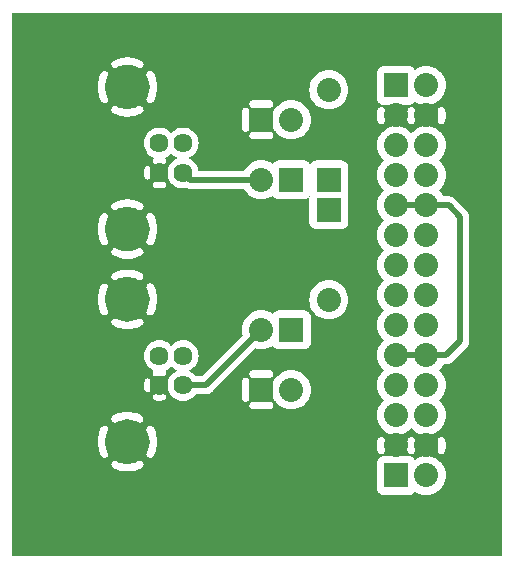
<source format=gbl>
G04 start of page 2 for group 10 layer_idx 1 *
G04 Title: (unknown), bottom_copper *
G04 Creator: pcb-rnd 3.1.0-dev *
G04 CreationDate: 2023-01-29 01:50:48 UTC *
G04 For: tonia *
G04 Format: Gerber/RS-274X *
G04 PCB-Dimensions: 236220 236220 *
G04 PCB-Coordinate-Origin: lower left *
%MOIN*%
%FSLAX25Y25*%
%LNBOTTOM_COPPER_NONE_10*%
%ADD30C,0.0362*%
%ADD29C,0.0394*%
%ADD28C,0.0906*%
%ADD27C,0.1260*%
%ADD26C,0.0637*%
%ADD25C,0.0800*%
%ADD24C,0.1476*%
%ADD23C,0.1890*%
%ADD22C,0.0200*%
%ADD21C,0.0001*%
G54D21*G36*
X165354Y234252D02*Y53150D01*
X145122D01*
Y76146D01*
X145275Y76325D01*
X145809Y77197D01*
X146201Y78143D01*
X146440Y79138D01*
X146500Y80157D01*
X146440Y81177D01*
X146201Y82172D01*
X145809Y83118D01*
X145275Y83990D01*
X145122Y84169D01*
Y87316D01*
X145203Y87322D01*
X145394Y87369D01*
X145576Y87446D01*
X145743Y87549D01*
X145892Y87678D01*
X146019Y87828D01*
X146121Y87996D01*
X146192Y88180D01*
X146348Y88732D01*
X146449Y89298D01*
X146500Y89870D01*
Y90445D01*
X146449Y91017D01*
X146348Y91583D01*
X146198Y92137D01*
X146125Y92321D01*
X146022Y92489D01*
X145895Y92640D01*
X145745Y92769D01*
X145578Y92873D01*
X145396Y92949D01*
X145204Y92996D01*
X145122Y93003D01*
Y96146D01*
X145275Y96325D01*
X145809Y97197D01*
X146201Y98143D01*
X146440Y99138D01*
X146500Y100157D01*
X146440Y101177D01*
X146201Y102172D01*
X145809Y103118D01*
X145275Y103990D01*
X145122Y104169D01*
Y106146D01*
X145275Y106325D01*
X145809Y107197D01*
X146201Y108143D01*
X146440Y109138D01*
X146500Y110157D01*
X146440Y111177D01*
X146201Y112172D01*
X145809Y113118D01*
X145275Y113990D01*
X145122Y114169D01*
Y116146D01*
X145275Y116325D01*
X145785Y117157D01*
X146438D01*
X146555Y117148D01*
X147026Y117185D01*
X147026Y117185D01*
X147485Y117296D01*
X147921Y117476D01*
X148324Y117723D01*
X148683Y118030D01*
X148760Y118119D01*
X153357Y122717D01*
X153447Y122793D01*
X153753Y123152D01*
X153753Y123152D01*
X154000Y123555D01*
X154181Y123991D01*
X154291Y124451D01*
X154328Y124921D01*
X154319Y125039D01*
Y166142D01*
X154328Y166260D01*
X154291Y166730D01*
X154291Y166731D01*
X154181Y167190D01*
X154000Y167626D01*
X153753Y168029D01*
X153447Y168388D01*
X153357Y168464D01*
X149586Y172235D01*
X149510Y172325D01*
X149151Y172631D01*
X148748Y172878D01*
X148312Y173059D01*
X147853Y173169D01*
X147852Y173169D01*
X147382Y173206D01*
X147264Y173197D01*
X145761D01*
X145275Y173990D01*
X145122Y174169D01*
Y176146D01*
X145275Y176325D01*
X145809Y177197D01*
X146201Y178143D01*
X146440Y179138D01*
X146500Y180157D01*
X146440Y181177D01*
X146201Y182172D01*
X145809Y183118D01*
X145275Y183990D01*
X145122Y184169D01*
Y186146D01*
X145275Y186325D01*
X145809Y187197D01*
X146201Y188143D01*
X146440Y189138D01*
X146500Y190157D01*
X146440Y191177D01*
X146201Y192172D01*
X145809Y193118D01*
X145275Y193990D01*
X145122Y194169D01*
Y197316D01*
X145203Y197322D01*
X145394Y197369D01*
X145576Y197446D01*
X145743Y197549D01*
X145892Y197678D01*
X146019Y197828D01*
X146121Y197996D01*
X146192Y198180D01*
X146348Y198732D01*
X146449Y199298D01*
X146500Y199870D01*
Y200445D01*
X146449Y201017D01*
X146348Y201583D01*
X146198Y202137D01*
X146125Y202321D01*
X146022Y202489D01*
X145895Y202640D01*
X145745Y202769D01*
X145578Y202873D01*
X145396Y202949D01*
X145204Y202996D01*
X145122Y203003D01*
Y206146D01*
X145275Y206325D01*
X145809Y207197D01*
X146201Y208143D01*
X146440Y209138D01*
X146500Y210157D01*
X146440Y211177D01*
X146201Y212172D01*
X145809Y213118D01*
X145275Y213990D01*
X145122Y214169D01*
Y234252D01*
X165354D01*
G37*
G36*
X144610Y194768D02*X143832Y195432D01*
X142960Y195967D01*
X142015Y196358D01*
X141020Y196597D01*
X140000Y196678D01*
X138980Y196597D01*
X138904Y196579D01*
Y203736D01*
X138980Y203718D01*
X140000Y203637D01*
X141020Y203718D01*
X142015Y203957D01*
X142960Y204348D01*
X143832Y204883D01*
X144610Y205547D01*
X145122Y206146D01*
Y203003D01*
X145007Y203013D01*
X144810Y202998D01*
X144618Y202953D01*
X144436Y202879D01*
X144267Y202776D01*
X144116Y202649D01*
X143987Y202499D01*
X143883Y202332D01*
X143807Y202150D01*
X143760Y201958D01*
X143743Y201761D01*
X143758Y201564D01*
X143807Y201374D01*
X143903Y201034D01*
X143965Y200686D01*
X143996Y200334D01*
Y199981D01*
X143965Y199629D01*
X143903Y199281D01*
X143810Y198940D01*
X143762Y198750D01*
X143747Y198554D01*
X143764Y198358D01*
X143810Y198167D01*
X143887Y197985D01*
X143990Y197818D01*
X144119Y197669D01*
X144269Y197542D01*
X144437Y197440D01*
X144619Y197366D01*
X144811Y197321D01*
X145007Y197306D01*
X145122Y197316D01*
Y194169D01*
X144610Y194768D01*
G37*
G36*
Y184768D02*X144154Y185157D01*
X144610Y185547D01*
X145122Y186146D01*
Y184169D01*
X144610Y184768D01*
G37*
G36*
Y174768D02*X144154Y175157D01*
X144610Y175547D01*
X145122Y176146D01*
Y174169D01*
X144610Y174768D01*
G37*
G36*
Y114768D02*X144154Y115157D01*
X144610Y115547D01*
X145122Y116146D01*
Y114169D01*
X144610Y114768D01*
G37*
G36*
Y104768D02*X144154Y105157D01*
X144610Y105547D01*
X145122Y106146D01*
Y104169D01*
X144610Y104768D01*
G37*
G36*
Y84768D02*X143832Y85432D01*
X142960Y85967D01*
X142015Y86358D01*
X141020Y86597D01*
X140000Y86678D01*
X138980Y86597D01*
X138904Y86579D01*
Y93736D01*
X138980Y93718D01*
X140000Y93637D01*
X141020Y93718D01*
X142015Y93957D01*
X142960Y94348D01*
X143832Y94883D01*
X144610Y95547D01*
X145122Y96146D01*
Y93003D01*
X145007Y93013D01*
X144810Y92998D01*
X144618Y92953D01*
X144436Y92879D01*
X144267Y92776D01*
X144116Y92649D01*
X143987Y92499D01*
X143883Y92332D01*
X143807Y92150D01*
X143760Y91958D01*
X143743Y91761D01*
X143758Y91564D01*
X143807Y91374D01*
X143903Y91034D01*
X143965Y90686D01*
X143996Y90334D01*
Y89981D01*
X143965Y89629D01*
X143903Y89281D01*
X143810Y88940D01*
X143762Y88750D01*
X143747Y88554D01*
X143764Y88358D01*
X143810Y88167D01*
X143887Y87985D01*
X143990Y87818D01*
X144119Y87669D01*
X144269Y87542D01*
X144437Y87440D01*
X144619Y87366D01*
X144811Y87321D01*
X145007Y87306D01*
X145122Y87316D01*
Y84169D01*
X144610Y84768D01*
G37*
G36*
X138904Y53150D02*Y73736D01*
X138980Y73718D01*
X140000Y73637D01*
X141020Y73718D01*
X142015Y73957D01*
X142960Y74348D01*
X143832Y74883D01*
X144610Y75547D01*
X145122Y76146D01*
Y53150D01*
X138904D01*
G37*
G36*
X145122Y234252D02*Y214169D01*
X144610Y214768D01*
X143832Y215432D01*
X142960Y215967D01*
X142015Y216358D01*
X141020Y216597D01*
X140000Y216678D01*
X138980Y216597D01*
X138904Y216579D01*
Y234252D01*
X145122D01*
G37*
G36*
X125225Y73773D02*X125608Y73681D01*
X126000Y73650D01*
X126098Y73657D01*
X133902D01*
X134000Y73650D01*
X134392Y73681D01*
X134392Y73681D01*
X134775Y73773D01*
X135138Y73923D01*
X135474Y74129D01*
X135773Y74384D01*
X136029Y74683D01*
X136157Y74892D01*
X136168Y74883D01*
X137040Y74348D01*
X137985Y73957D01*
X138904Y73736D01*
Y53150D01*
X124878D01*
Y73916D01*
X125225Y73773D01*
G37*
G36*
X135390Y95547D02*X136168Y94883D01*
X137040Y94348D01*
X137985Y93957D01*
X138904Y93736D01*
Y86579D01*
X137985Y86358D01*
X137040Y85967D01*
X136168Y85432D01*
X136157Y85423D01*
X136029Y85631D01*
X135773Y85931D01*
X135474Y86186D01*
X135138Y86392D01*
X135000Y86449D01*
Y87303D01*
X135190Y87317D01*
X135382Y87362D01*
X135564Y87436D01*
X135733Y87539D01*
X135884Y87666D01*
X136013Y87816D01*
X136117Y87983D01*
X136193Y88165D01*
X136229Y88311D01*
X136348Y88732D01*
X136449Y89298D01*
X136500Y89870D01*
Y90445D01*
X136449Y91017D01*
X136348Y91583D01*
X136198Y92137D01*
X136125Y92321D01*
X136022Y92489D01*
X135895Y92640D01*
X135745Y92769D01*
X135578Y92873D01*
X135396Y92949D01*
X135204Y92996D01*
X135007Y93013D01*
X135000Y93012D01*
Y96003D01*
X135390Y95547D01*
G37*
G36*
X125390D02*X126168Y94883D01*
X127040Y94348D01*
X127985Y93957D01*
X128980Y93718D01*
X130000Y93637D01*
X131020Y93718D01*
X132015Y93957D01*
X132960Y94348D01*
X133832Y94883D01*
X134610Y95547D01*
X135000Y96003D01*
Y93012D01*
X134810Y92998D01*
X134618Y92953D01*
X134436Y92879D01*
X134267Y92776D01*
X134116Y92649D01*
X133987Y92499D01*
X133883Y92332D01*
X133807Y92150D01*
X133771Y92004D01*
X133652Y91583D01*
X133551Y91017D01*
X133500Y90445D01*
Y89870D01*
X133551Y89298D01*
X133652Y88732D01*
X133802Y88178D01*
X133875Y87994D01*
X133978Y87826D01*
X134105Y87675D01*
X134255Y87546D01*
X134422Y87442D01*
X134604Y87366D01*
X134796Y87319D01*
X134993Y87302D01*
X135000Y87303D01*
Y86449D01*
X134775Y86542D01*
X134392Y86634D01*
X134000Y86665D01*
X133902Y86657D01*
X126098D01*
X126000Y86665D01*
X125608Y86634D01*
X125608Y86634D01*
X125225Y86542D01*
X124878Y86399D01*
Y87312D01*
X124993Y87302D01*
X125190Y87317D01*
X125382Y87362D01*
X125564Y87436D01*
X125733Y87539D01*
X125884Y87666D01*
X126013Y87816D01*
X126117Y87983D01*
X126193Y88165D01*
X126240Y88357D01*
X126257Y88554D01*
X126242Y88750D01*
X126193Y88941D01*
X126097Y89281D01*
X126035Y89629D01*
X126004Y89981D01*
Y90334D01*
X126035Y90686D01*
X126097Y91034D01*
X126190Y91375D01*
X126238Y91565D01*
X126253Y91761D01*
X126236Y91957D01*
X126190Y92148D01*
X126113Y92330D01*
X126010Y92497D01*
X125881Y92646D01*
X125731Y92773D01*
X125563Y92875D01*
X125381Y92949D01*
X125189Y92994D01*
X124993Y93009D01*
X124878Y92999D01*
Y96146D01*
X125390Y95547D01*
G37*
G36*
Y105547D02*X125846Y105157D01*
X125390Y104768D01*
X124878Y104169D01*
Y106146D01*
X125390Y105547D01*
G37*
G36*
Y115547D02*X125846Y115157D01*
X125390Y114768D01*
X124878Y114169D01*
Y116146D01*
X125390Y115547D01*
G37*
G36*
Y125547D02*X125846Y125157D01*
X125390Y124768D01*
X124878Y124169D01*
Y126146D01*
X125390Y125547D01*
G37*
G36*
Y135547D02*X125846Y135157D01*
X125390Y134768D01*
X124878Y134169D01*
Y136146D01*
X125390Y135547D01*
G37*
G36*
Y145547D02*X125846Y145157D01*
X125390Y144768D01*
X124878Y144169D01*
Y146146D01*
X125390Y145547D01*
G37*
G36*
Y155547D02*X125846Y155157D01*
X125390Y154768D01*
X124878Y154169D01*
Y156146D01*
X125390Y155547D01*
G37*
G36*
Y165547D02*X125846Y165157D01*
X125390Y164768D01*
X124878Y164169D01*
Y166146D01*
X125390Y165547D01*
G37*
G36*
Y175547D02*X125846Y175157D01*
X125390Y174768D01*
X124878Y174169D01*
Y176146D01*
X125390Y175547D01*
G37*
G36*
Y185547D02*X125846Y185157D01*
X125390Y184768D01*
X124878Y184169D01*
Y186146D01*
X125390Y185547D01*
G37*
G36*
X135138Y203923D02*X135474Y204129D01*
X135773Y204384D01*
X136029Y204683D01*
X136157Y204892D01*
X136168Y204883D01*
X137040Y204348D01*
X137985Y203957D01*
X138904Y203736D01*
Y196579D01*
X137985Y196358D01*
X137040Y195967D01*
X136168Y195432D01*
X135390Y194768D01*
X135000Y194312D01*
Y197303D01*
X135190Y197317D01*
X135382Y197362D01*
X135564Y197436D01*
X135733Y197539D01*
X135884Y197666D01*
X136013Y197816D01*
X136117Y197983D01*
X136193Y198165D01*
X136229Y198311D01*
X136348Y198732D01*
X136449Y199298D01*
X136500Y199870D01*
Y200445D01*
X136449Y201017D01*
X136348Y201583D01*
X136198Y202137D01*
X136125Y202321D01*
X136022Y202489D01*
X135895Y202640D01*
X135745Y202769D01*
X135578Y202873D01*
X135396Y202949D01*
X135204Y202996D01*
X135007Y203013D01*
X135000Y203012D01*
Y203866D01*
X135138Y203923D01*
G37*
G36*
X125225Y203773D02*X125608Y203681D01*
X126000Y203650D01*
X126098Y203657D01*
X133902D01*
X134000Y203650D01*
X134392Y203681D01*
X134392Y203681D01*
X134775Y203773D01*
X135000Y203866D01*
Y203012D01*
X134810Y202998D01*
X134618Y202953D01*
X134436Y202879D01*
X134267Y202776D01*
X134116Y202649D01*
X133987Y202499D01*
X133883Y202332D01*
X133807Y202150D01*
X133771Y202004D01*
X133652Y201583D01*
X133551Y201017D01*
X133500Y200445D01*
Y199870D01*
X133551Y199298D01*
X133652Y198732D01*
X133802Y198178D01*
X133875Y197994D01*
X133978Y197826D01*
X134105Y197675D01*
X134255Y197546D01*
X134422Y197442D01*
X134604Y197366D01*
X134796Y197319D01*
X134993Y197302D01*
X135000Y197303D01*
Y194312D01*
X134610Y194768D01*
X133832Y195432D01*
X132960Y195967D01*
X132015Y196358D01*
X131020Y196597D01*
X130000Y196678D01*
X128980Y196597D01*
X127985Y196358D01*
X127040Y195967D01*
X126168Y195432D01*
X125390Y194768D01*
X124878Y194169D01*
Y197312D01*
X124993Y197302D01*
X125190Y197317D01*
X125382Y197362D01*
X125564Y197436D01*
X125733Y197539D01*
X125884Y197666D01*
X126013Y197816D01*
X126117Y197983D01*
X126193Y198165D01*
X126240Y198357D01*
X126257Y198554D01*
X126242Y198750D01*
X126193Y198941D01*
X126097Y199281D01*
X126035Y199629D01*
X126004Y199981D01*
Y200334D01*
X126035Y200686D01*
X126097Y201034D01*
X126190Y201375D01*
X126238Y201565D01*
X126253Y201761D01*
X126236Y201957D01*
X126190Y202148D01*
X126113Y202330D01*
X126010Y202497D01*
X125881Y202646D01*
X125731Y202773D01*
X125563Y202875D01*
X125381Y202949D01*
X125189Y202994D01*
X124993Y203009D01*
X124878Y202999D01*
Y203916D01*
X125225Y203773D01*
G37*
G36*
X138904Y234252D02*Y216579D01*
X137985Y216358D01*
X137040Y215967D01*
X136168Y215432D01*
X136157Y215423D01*
X136029Y215631D01*
X135773Y215931D01*
X135474Y216186D01*
X135138Y216392D01*
X134775Y216542D01*
X134392Y216634D01*
X134000Y216665D01*
X133902Y216657D01*
X126098D01*
X126000Y216665D01*
X125608Y216634D01*
X125608Y216634D01*
X125225Y216542D01*
X124878Y216399D01*
Y234252D01*
X138904D01*
G37*
G36*
X124878D02*Y216399D01*
X124862Y216392D01*
X124526Y216186D01*
X124227Y215931D01*
X123971Y215631D01*
X123766Y215296D01*
X123615Y214932D01*
X123523Y214550D01*
X123492Y214157D01*
X123500Y214059D01*
Y206255D01*
X123492Y206157D01*
X123523Y205765D01*
X123523Y205765D01*
X123615Y205383D01*
X123766Y205019D01*
X123971Y204683D01*
X124227Y204384D01*
X124526Y204129D01*
X124862Y203923D01*
X124878Y203916D01*
Y202999D01*
X124797Y202993D01*
X124606Y202946D01*
X124424Y202869D01*
X124257Y202766D01*
X124108Y202637D01*
X123981Y202487D01*
X123879Y202319D01*
X123808Y202135D01*
X123652Y201583D01*
X123551Y201017D01*
X123500Y200445D01*
Y199870D01*
X123551Y199298D01*
X123652Y198732D01*
X123802Y198178D01*
X123875Y197994D01*
X123978Y197826D01*
X124105Y197675D01*
X124255Y197546D01*
X124422Y197442D01*
X124604Y197366D01*
X124796Y197319D01*
X124878Y197312D01*
Y194169D01*
X124725Y193990D01*
X124191Y193118D01*
X123799Y192172D01*
X123560Y191177D01*
X123480Y190157D01*
X123560Y189138D01*
X123799Y188143D01*
X124191Y187197D01*
X124725Y186325D01*
X124878Y186146D01*
Y184169D01*
X124725Y183990D01*
X124191Y183118D01*
X123799Y182172D01*
X123560Y181177D01*
X123480Y180157D01*
X123560Y179138D01*
X123799Y178143D01*
X124191Y177197D01*
X124725Y176325D01*
X124878Y176146D01*
Y174169D01*
X124725Y173990D01*
X124191Y173118D01*
X123799Y172172D01*
X123560Y171177D01*
X123480Y170157D01*
X123560Y169138D01*
X123799Y168143D01*
X124191Y167197D01*
X124725Y166325D01*
X124878Y166146D01*
Y164169D01*
X124725Y163990D01*
X124191Y163118D01*
X123799Y162172D01*
X123560Y161177D01*
X123480Y160157D01*
X123560Y159138D01*
X123799Y158143D01*
X124191Y157197D01*
X124725Y156325D01*
X124878Y156146D01*
Y154169D01*
X124725Y153990D01*
X124191Y153118D01*
X123799Y152172D01*
X123560Y151177D01*
X123480Y150157D01*
X123560Y149138D01*
X123799Y148143D01*
X124191Y147197D01*
X124725Y146325D01*
X124878Y146146D01*
Y144169D01*
X124725Y143990D01*
X124191Y143118D01*
X123799Y142172D01*
X123560Y141177D01*
X123480Y140157D01*
X123560Y139138D01*
X123799Y138143D01*
X124191Y137197D01*
X124725Y136325D01*
X124878Y136146D01*
Y134169D01*
X124725Y133990D01*
X124191Y133118D01*
X123799Y132172D01*
X123560Y131177D01*
X123480Y130157D01*
X123560Y129138D01*
X123799Y128143D01*
X124191Y127197D01*
X124725Y126325D01*
X124878Y126146D01*
Y124169D01*
X124725Y123990D01*
X124191Y123118D01*
X123799Y122172D01*
X123560Y121177D01*
X123480Y120157D01*
X123560Y119138D01*
X123799Y118143D01*
X124191Y117197D01*
X124725Y116325D01*
X124878Y116146D01*
Y114169D01*
X124725Y113990D01*
X124191Y113118D01*
X123799Y112172D01*
X123560Y111177D01*
X123480Y110157D01*
X123560Y109138D01*
X123799Y108143D01*
X124191Y107197D01*
X124725Y106325D01*
X124878Y106146D01*
Y104169D01*
X124725Y103990D01*
X124191Y103118D01*
X123799Y102172D01*
X123560Y101177D01*
X123480Y100157D01*
X123560Y99138D01*
X123799Y98143D01*
X124191Y97197D01*
X124725Y96325D01*
X124878Y96146D01*
Y92999D01*
X124797Y92993D01*
X124606Y92946D01*
X124424Y92869D01*
X124257Y92766D01*
X124108Y92637D01*
X123981Y92487D01*
X123879Y92319D01*
X123808Y92135D01*
X123652Y91583D01*
X123551Y91017D01*
X123500Y90445D01*
Y89870D01*
X123551Y89298D01*
X123652Y88732D01*
X123802Y88178D01*
X123875Y87994D01*
X123978Y87826D01*
X124105Y87675D01*
X124255Y87546D01*
X124422Y87442D01*
X124604Y87366D01*
X124796Y87319D01*
X124878Y87312D01*
Y86399D01*
X124862Y86392D01*
X124526Y86186D01*
X124227Y85931D01*
X123971Y85631D01*
X123766Y85296D01*
X123615Y84932D01*
X123523Y84550D01*
X123492Y84157D01*
X123500Y84059D01*
Y76255D01*
X123492Y76157D01*
X123523Y75765D01*
X123523Y75765D01*
X123615Y75383D01*
X123766Y75019D01*
X123971Y74683D01*
X124227Y74384D01*
X124526Y74129D01*
X124862Y73923D01*
X124878Y73916D01*
Y53150D01*
X107490D01*
Y132201D01*
X107500Y132200D01*
X108520Y132281D01*
X109515Y132520D01*
X110460Y132911D01*
X111332Y133446D01*
X112110Y134110D01*
X112775Y134888D01*
X113309Y135760D01*
X113701Y136706D01*
X113940Y137701D01*
X114000Y138720D01*
X113940Y139740D01*
X113701Y140735D01*
X113309Y141681D01*
X112775Y142553D01*
X112110Y143331D01*
X111332Y143995D01*
X110460Y144530D01*
X109515Y144921D01*
X108520Y145160D01*
X107500Y145241D01*
X107490Y145240D01*
Y162220D01*
X111402D01*
X111500Y162213D01*
X111892Y162244D01*
X111892Y162244D01*
X112275Y162335D01*
X112638Y162486D01*
X112974Y162692D01*
X113273Y162947D01*
X113529Y163246D01*
X113734Y163582D01*
X113885Y163946D01*
X113977Y164328D01*
X114008Y164720D01*
X114000Y164818D01*
Y172623D01*
X114008Y172720D01*
X113977Y173113D01*
X113977Y173113D01*
X113885Y173495D01*
X113792Y173720D01*
X113885Y173946D01*
X113977Y174328D01*
X114008Y174720D01*
X114000Y174818D01*
Y182623D01*
X114008Y182720D01*
X113977Y183113D01*
X113977Y183113D01*
X113885Y183495D01*
X113734Y183859D01*
X113529Y184194D01*
X113273Y184494D01*
X112974Y184749D01*
X112638Y184955D01*
X112275Y185105D01*
X111892Y185197D01*
X111500Y185228D01*
X111402Y185220D01*
X107490D01*
Y202201D01*
X107500Y202200D01*
X108520Y202281D01*
X109515Y202520D01*
X110460Y202911D01*
X111332Y203446D01*
X112110Y204110D01*
X112775Y204888D01*
X113309Y205760D01*
X113701Y206706D01*
X113940Y207701D01*
X114000Y208720D01*
X113940Y209740D01*
X113701Y210735D01*
X113309Y211681D01*
X112775Y212553D01*
X112110Y213331D01*
X111332Y213995D01*
X110460Y214530D01*
X109515Y214921D01*
X108520Y215160D01*
X107500Y215241D01*
X107490Y215240D01*
Y234252D01*
X124878D01*
G37*
G36*
X90000Y53150D02*Y104566D01*
X90390Y104110D01*
X91168Y103446D01*
X92040Y102911D01*
X92985Y102520D01*
X93980Y102281D01*
X95000Y102200D01*
X96020Y102281D01*
X97015Y102520D01*
X97960Y102911D01*
X98832Y103446D01*
X99610Y104110D01*
X100275Y104888D01*
X100809Y105760D01*
X101201Y106706D01*
X101440Y107701D01*
X101500Y108720D01*
X101440Y109740D01*
X101201Y110735D01*
X100809Y111681D01*
X100275Y112553D01*
X99610Y113331D01*
X98832Y113995D01*
X97960Y114530D01*
X97015Y114921D01*
X96020Y115160D01*
X95000Y115241D01*
X93980Y115160D01*
X92985Y114921D01*
X92040Y114530D01*
X91168Y113995D01*
X90390Y113331D01*
X90000Y112875D01*
Y122429D01*
X90225Y122335D01*
X90608Y122244D01*
X91000Y122213D01*
X91098Y122220D01*
X98902D01*
X99000Y122213D01*
X99392Y122244D01*
X99392Y122244D01*
X99775Y122335D01*
X100138Y122486D01*
X100474Y122692D01*
X100773Y122947D01*
X101029Y123246D01*
X101234Y123582D01*
X101385Y123946D01*
X101477Y124328D01*
X101508Y124720D01*
X101500Y124818D01*
Y132623D01*
X101508Y132720D01*
X101477Y133113D01*
X101477Y133113D01*
X101385Y133495D01*
X101234Y133859D01*
X101029Y134194D01*
X100773Y134494D01*
X100474Y134749D01*
X100138Y134955D01*
X99775Y135105D01*
X99392Y135197D01*
X99000Y135228D01*
X98902Y135220D01*
X91098D01*
X91000Y135228D01*
X90608Y135197D01*
X90608Y135197D01*
X90225Y135105D01*
X90000Y135012D01*
Y172429D01*
X90225Y172335D01*
X90608Y172244D01*
X91000Y172213D01*
X91098Y172220D01*
X98902D01*
X99000Y172213D01*
X99392Y172244D01*
X99392Y172244D01*
X99775Y172335D01*
X100138Y172486D01*
X100474Y172692D01*
X100773Y172947D01*
X101029Y173246D01*
X101072Y173318D01*
X101023Y173113D01*
X100992Y172720D01*
X101000Y172622D01*
Y164818D01*
X100992Y164720D01*
X101023Y164328D01*
X101023Y164328D01*
X101115Y163946D01*
X101266Y163582D01*
X101471Y163246D01*
X101727Y162947D01*
X102026Y162692D01*
X102362Y162486D01*
X102725Y162335D01*
X103108Y162244D01*
X103500Y162213D01*
X103598Y162220D01*
X107490D01*
Y145240D01*
X106480Y145160D01*
X105485Y144921D01*
X104540Y144530D01*
X103668Y143995D01*
X102890Y143331D01*
X102225Y142553D01*
X101691Y141681D01*
X101299Y140735D01*
X101060Y139740D01*
X100980Y138720D01*
X101060Y137701D01*
X101299Y136706D01*
X101691Y135760D01*
X102225Y134888D01*
X102890Y134110D01*
X103668Y133446D01*
X104540Y132911D01*
X105485Y132520D01*
X106480Y132281D01*
X107490Y132201D01*
Y53150D01*
X90000D01*
G37*
G36*
X89862Y134955D02*X89526Y134749D01*
X89227Y134494D01*
X88971Y134194D01*
X88843Y133986D01*
X88832Y133995D01*
X87960Y134530D01*
X87015Y134921D01*
X86020Y135160D01*
X85000Y135241D01*
X83980Y135160D01*
X82985Y134921D01*
X82040Y134530D01*
X81168Y133995D01*
X80390Y133331D01*
X79725Y132553D01*
X79191Y131681D01*
X78799Y130735D01*
X78560Y129740D01*
X78480Y128720D01*
X78560Y127701D01*
X78788Y126751D01*
X73664Y121627D01*
Y175720D01*
X79215D01*
X79725Y174888D01*
X80390Y174110D01*
X81168Y173446D01*
X82040Y172911D01*
X82985Y172520D01*
X83980Y172281D01*
X85000Y172200D01*
X86020Y172281D01*
X87015Y172520D01*
X87960Y172911D01*
X88832Y173446D01*
X88843Y173455D01*
X88971Y173246D01*
X89227Y172947D01*
X89526Y172692D01*
X89862Y172486D01*
X90000Y172429D01*
Y135012D01*
X89862Y134955D01*
G37*
G36*
X73664Y53150D02*Y113142D01*
X83031Y122509D01*
X83980Y122281D01*
X85000Y122200D01*
X86020Y122281D01*
X87015Y122520D01*
X87960Y122911D01*
X88832Y123446D01*
X88843Y123455D01*
X88971Y123246D01*
X89227Y122947D01*
X89526Y122692D01*
X89862Y122486D01*
X90000Y122429D01*
Y112875D01*
X89795Y112635D01*
X89681Y112588D01*
X89513Y112485D01*
X89363Y112357D01*
X89236Y112207D01*
X89133Y112040D01*
X89058Y111858D01*
X89012Y111667D01*
X89000Y111471D01*
Y112720D01*
X87750D01*
X87946Y112732D01*
X88137Y112778D01*
X88319Y112853D01*
X88487Y112956D01*
X88637Y113084D01*
X88764Y113233D01*
X88867Y113401D01*
X88942Y113583D01*
X88988Y113774D01*
X89004Y113970D01*
X88988Y114167D01*
X88942Y114358D01*
X88867Y114540D01*
X88764Y114707D01*
X88637Y114857D01*
X88487Y114985D01*
X88319Y115088D01*
X88137Y115163D01*
X87946Y115209D01*
X87750Y115220D01*
X82250D01*
X82054Y115209D01*
X81863Y115163D01*
X81681Y115088D01*
X81513Y114985D01*
X81363Y114857D01*
X81236Y114707D01*
X81133Y114540D01*
X81058Y114358D01*
X81012Y114167D01*
X80996Y113970D01*
X81012Y113774D01*
X81058Y113583D01*
X81133Y113401D01*
X81236Y113233D01*
X81363Y113084D01*
X81513Y112956D01*
X81681Y112853D01*
X81863Y112778D01*
X82054Y112732D01*
X82250Y112720D01*
X81000D01*
Y111471D01*
X80988Y111667D01*
X80942Y111858D01*
X80867Y112040D01*
X80764Y112207D01*
X80637Y112357D01*
X80487Y112485D01*
X80319Y112588D01*
X80137Y112663D01*
X79946Y112709D01*
X79750Y112724D01*
X79554Y112709D01*
X79363Y112663D01*
X79181Y112588D01*
X79013Y112485D01*
X78863Y112357D01*
X78736Y112207D01*
X78633Y112040D01*
X78558Y111858D01*
X78512Y111667D01*
X78500Y111470D01*
Y105970D01*
X78512Y105774D01*
X78558Y105583D01*
X78633Y105401D01*
X78736Y105233D01*
X78863Y105084D01*
X79013Y104956D01*
X79181Y104853D01*
X79363Y104778D01*
X79554Y104732D01*
X79750Y104717D01*
X79946Y104732D01*
X80137Y104778D01*
X80319Y104853D01*
X80487Y104956D01*
X80637Y105084D01*
X80764Y105233D01*
X80867Y105401D01*
X80942Y105583D01*
X80988Y105774D01*
X81000Y105970D01*
Y104720D01*
X82250D01*
X82054Y104709D01*
X81863Y104663D01*
X81681Y104588D01*
X81513Y104485D01*
X81363Y104357D01*
X81236Y104207D01*
X81133Y104040D01*
X81058Y103858D01*
X81012Y103667D01*
X80996Y103470D01*
X81012Y103274D01*
X81058Y103083D01*
X81133Y102901D01*
X81236Y102733D01*
X81363Y102584D01*
X81513Y102456D01*
X81681Y102353D01*
X81863Y102278D01*
X82054Y102232D01*
X82250Y102220D01*
X87750D01*
X87946Y102232D01*
X88137Y102278D01*
X88319Y102353D01*
X88487Y102456D01*
X88637Y102584D01*
X88764Y102733D01*
X88867Y102901D01*
X88942Y103083D01*
X88988Y103274D01*
X89004Y103470D01*
X88988Y103667D01*
X88942Y103858D01*
X88867Y104040D01*
X88764Y104207D01*
X88637Y104357D01*
X88487Y104485D01*
X88319Y104588D01*
X88137Y104663D01*
X87946Y104709D01*
X87750Y104720D01*
X89000D01*
Y105970D01*
X89012Y105774D01*
X89058Y105583D01*
X89133Y105401D01*
X89236Y105233D01*
X89363Y105084D01*
X89513Y104956D01*
X89681Y104853D01*
X89795Y104806D01*
X90000Y104566D01*
Y53150D01*
X73664D01*
G37*
G36*
X107490Y234252D02*Y215240D01*
X106480Y215160D01*
X105485Y214921D01*
X104540Y214530D01*
X103668Y213995D01*
X102890Y213331D01*
X102225Y212553D01*
X101691Y211681D01*
X101299Y210735D01*
X101060Y209740D01*
X100980Y208720D01*
X101060Y207701D01*
X101299Y206706D01*
X101691Y205760D01*
X102225Y204888D01*
X102890Y204110D01*
X103668Y203446D01*
X104540Y202911D01*
X105485Y202520D01*
X106480Y202281D01*
X107490Y202201D01*
Y185220D01*
X103598D01*
X103500Y185228D01*
X103108Y185197D01*
X103108Y185197D01*
X102725Y185105D01*
X102362Y184955D01*
X102026Y184749D01*
X101727Y184494D01*
X101471Y184194D01*
X101266Y183859D01*
X101250Y183821D01*
X101234Y183859D01*
X101029Y184194D01*
X100773Y184494D01*
X100474Y184749D01*
X100138Y184955D01*
X99775Y185105D01*
X99392Y185197D01*
X99000Y185228D01*
X98902Y185220D01*
X91098D01*
X91000Y185228D01*
X90608Y185197D01*
X90608Y185197D01*
X90225Y185105D01*
X90000Y185012D01*
Y194566D01*
X90390Y194110D01*
X91168Y193446D01*
X92040Y192911D01*
X92985Y192520D01*
X93980Y192281D01*
X95000Y192200D01*
X96020Y192281D01*
X97015Y192520D01*
X97960Y192911D01*
X98832Y193446D01*
X99610Y194110D01*
X100275Y194888D01*
X100809Y195760D01*
X101201Y196706D01*
X101440Y197701D01*
X101500Y198720D01*
X101440Y199740D01*
X101201Y200735D01*
X100809Y201681D01*
X100275Y202553D01*
X99610Y203331D01*
X98832Y203995D01*
X97960Y204530D01*
X97015Y204921D01*
X96020Y205160D01*
X95000Y205241D01*
X93980Y205160D01*
X92985Y204921D01*
X92040Y204530D01*
X91168Y203995D01*
X90390Y203331D01*
X90000Y202875D01*
Y234252D01*
X107490D01*
G37*
G36*
X90000D02*Y202875D01*
X89795Y202635D01*
X89681Y202588D01*
X89513Y202485D01*
X89363Y202357D01*
X89236Y202207D01*
X89133Y202040D01*
X89058Y201858D01*
X89012Y201667D01*
X89000Y201471D01*
Y202720D01*
X87750D01*
X87946Y202732D01*
X88137Y202778D01*
X88319Y202853D01*
X88487Y202956D01*
X88637Y203084D01*
X88764Y203233D01*
X88867Y203401D01*
X88942Y203583D01*
X88988Y203774D01*
X89004Y203970D01*
X88988Y204167D01*
X88942Y204358D01*
X88867Y204540D01*
X88764Y204707D01*
X88637Y204857D01*
X88487Y204985D01*
X88319Y205088D01*
X88137Y205163D01*
X87946Y205209D01*
X87750Y205220D01*
X82250D01*
X82054Y205209D01*
X81863Y205163D01*
X81681Y205088D01*
X81513Y204985D01*
X81363Y204857D01*
X81236Y204707D01*
X81133Y204540D01*
X81058Y204358D01*
X81012Y204167D01*
X80996Y203970D01*
X81012Y203774D01*
X81058Y203583D01*
X81133Y203401D01*
X81236Y203233D01*
X81363Y203084D01*
X81513Y202956D01*
X81681Y202853D01*
X81863Y202778D01*
X82054Y202732D01*
X82250Y202720D01*
X81000D01*
Y201471D01*
X80988Y201667D01*
X80942Y201858D01*
X80867Y202040D01*
X80764Y202207D01*
X80637Y202357D01*
X80487Y202485D01*
X80319Y202588D01*
X80137Y202663D01*
X79946Y202709D01*
X79750Y202724D01*
X79554Y202709D01*
X79363Y202663D01*
X79181Y202588D01*
X79013Y202485D01*
X78863Y202357D01*
X78736Y202207D01*
X78633Y202040D01*
X78558Y201858D01*
X78512Y201667D01*
X78500Y201470D01*
Y195970D01*
X78512Y195774D01*
X78558Y195583D01*
X78633Y195401D01*
X78736Y195233D01*
X78863Y195084D01*
X79013Y194956D01*
X79181Y194853D01*
X79363Y194778D01*
X79554Y194732D01*
X79750Y194717D01*
X79946Y194732D01*
X80137Y194778D01*
X80319Y194853D01*
X80487Y194956D01*
X80637Y195084D01*
X80764Y195233D01*
X80867Y195401D01*
X80942Y195583D01*
X80988Y195774D01*
X81000Y195970D01*
Y194720D01*
X82250D01*
X82054Y194709D01*
X81863Y194663D01*
X81681Y194588D01*
X81513Y194485D01*
X81363Y194357D01*
X81236Y194207D01*
X81133Y194040D01*
X81058Y193858D01*
X81012Y193667D01*
X80996Y193470D01*
X81012Y193274D01*
X81058Y193083D01*
X81133Y192901D01*
X81236Y192733D01*
X81363Y192584D01*
X81513Y192456D01*
X81681Y192353D01*
X81863Y192278D01*
X82054Y192232D01*
X82250Y192220D01*
X87750D01*
X87946Y192232D01*
X88137Y192278D01*
X88319Y192353D01*
X88487Y192456D01*
X88637Y192584D01*
X88764Y192733D01*
X88867Y192901D01*
X88942Y193083D01*
X88988Y193274D01*
X89004Y193470D01*
X88988Y193667D01*
X88942Y193858D01*
X88867Y194040D01*
X88764Y194207D01*
X88637Y194357D01*
X88487Y194485D01*
X88319Y194588D01*
X88137Y194663D01*
X87946Y194709D01*
X87750Y194720D01*
X89000D01*
Y195970D01*
X89012Y195774D01*
X89058Y195583D01*
X89133Y195401D01*
X89236Y195233D01*
X89363Y195084D01*
X89513Y194956D01*
X89681Y194853D01*
X89795Y194806D01*
X90000Y194566D01*
Y185012D01*
X89862Y184955D01*
X89526Y184749D01*
X89227Y184494D01*
X88971Y184194D01*
X88843Y183986D01*
X88832Y183995D01*
X87960Y184530D01*
X87015Y184921D01*
X86020Y185160D01*
X85000Y185241D01*
X83980Y185160D01*
X82985Y184921D01*
X82040Y184530D01*
X81168Y183995D01*
X80390Y183331D01*
X79725Y182553D01*
X79215Y181720D01*
X73664D01*
Y234252D01*
X90000D01*
G37*
G36*
X51164Y113381D02*X51443Y113356D01*
X51719Y113307D01*
X51989Y113234D01*
X52141Y113195D01*
X52298Y113184D01*
X52455Y113197D01*
X52608Y113235D01*
X52753Y113296D01*
X52887Y113379D01*
X53006Y113482D01*
X53107Y113603D01*
X53189Y113738D01*
X53248Y113883D01*
X53284Y114037D01*
X53295Y114194D01*
X53282Y114350D01*
X53244Y114503D01*
X53183Y114648D01*
X53100Y114782D01*
X52997Y114901D01*
X52876Y115002D01*
X52741Y115084D01*
X52675Y115109D01*
X53386Y115403D01*
X54082Y115830D01*
X54703Y116360D01*
X54961Y116662D01*
X55219Y116360D01*
X55839Y115830D01*
X56536Y115403D01*
X57224Y115118D01*
X56536Y114833D01*
X55839Y114406D01*
X55219Y113876D01*
X54688Y113255D01*
X54262Y112559D01*
X53949Y111805D01*
X53759Y111011D01*
X53695Y110197D01*
X53759Y109383D01*
X53949Y108589D01*
X54262Y107835D01*
X54688Y107139D01*
X55219Y106518D01*
X55839Y105988D01*
X56536Y105561D01*
X57290Y105248D01*
X58084Y105058D01*
X58898Y104994D01*
X59712Y105058D01*
X60505Y105248D01*
X61260Y105561D01*
X61956Y105988D01*
X62577Y106518D01*
X63107Y107139D01*
X63167Y107236D01*
X66398D01*
X66516Y107227D01*
X66986Y107264D01*
X66986Y107264D01*
X67446Y107374D01*
X67882Y107555D01*
X68285Y107802D01*
X68644Y108108D01*
X68720Y108198D01*
X73664Y113142D01*
Y53150D01*
X51025D01*
Y105010D01*
X51252D01*
X51706Y105050D01*
X52156Y105130D01*
X52596Y105249D01*
X52743Y105307D01*
X52878Y105389D01*
X52999Y105490D01*
X53102Y105610D01*
X53185Y105744D01*
X53247Y105889D01*
X53285Y106043D01*
X53298Y106200D01*
X53287Y106358D01*
X53251Y106511D01*
X53191Y106658D01*
X53110Y106793D01*
X53008Y106913D01*
X52888Y107017D01*
X52754Y107100D01*
X52609Y107161D01*
X52456Y107199D01*
X52298Y107213D01*
X52141Y107201D01*
X51988Y107162D01*
X51719Y107087D01*
X51443Y107038D01*
X51164Y107013D01*
X51025D01*
Y113381D01*
X51164D01*
G37*
G36*
X48662Y115403D02*X49367Y115111D01*
X49304Y115087D01*
X49169Y115005D01*
X49049Y114903D01*
X48945Y114784D01*
X48862Y114650D01*
X48800Y114504D01*
X48763Y114351D01*
X48749Y114194D01*
X48761Y114036D01*
X48796Y113882D01*
X48856Y113736D01*
X48938Y113601D01*
X49039Y113480D01*
X49159Y113377D01*
X49293Y113294D01*
X49438Y113232D01*
X49592Y113194D01*
X49749Y113181D01*
X49906Y113192D01*
X50059Y113231D01*
X50329Y113307D01*
X50605Y113356D01*
X50884Y113381D01*
X51025D01*
Y107013D01*
X50884D01*
X50605Y107038D01*
X50329Y107087D01*
X50058Y107160D01*
X49906Y107198D01*
X49749Y107210D01*
X49592Y107196D01*
X49439Y107159D01*
X49294Y107097D01*
X49161Y107014D01*
X49042Y106911D01*
X48940Y106791D01*
X48859Y106656D01*
X48799Y106510D01*
X48764Y106357D01*
X48752Y106200D01*
X48766Y106043D01*
X48803Y105890D01*
X48865Y105745D01*
X48948Y105612D01*
X49051Y105493D01*
X49171Y105391D01*
X49306Y105310D01*
X49452Y105254D01*
X49892Y105130D01*
X50341Y105050D01*
X50795Y105010D01*
X51025D01*
Y53150D01*
X48461D01*
Y86170D01*
X48489Y86180D01*
X48659Y86279D01*
X48812Y86403D01*
X48943Y86549D01*
X49046Y86716D01*
X49444Y87514D01*
X49758Y88348D01*
X49996Y89207D01*
X50156Y90084D01*
X50236Y90972D01*
Y91863D01*
X50156Y92751D01*
X49996Y93628D01*
X49758Y94487D01*
X49444Y95321D01*
X49055Y96123D01*
X48949Y96290D01*
X48817Y96437D01*
X48663Y96562D01*
X48492Y96661D01*
X48461Y96673D01*
Y115526D01*
X48662Y115403D01*
G37*
G36*
X51164Y184208D02*X51443Y184183D01*
X51719Y184134D01*
X51989Y184061D01*
X52141Y184022D01*
X52298Y184011D01*
X52455Y184024D01*
X52608Y184062D01*
X52753Y184123D01*
X52887Y184206D01*
X53006Y184309D01*
X53107Y184430D01*
X53189Y184564D01*
X53248Y184710D01*
X53284Y184863D01*
X53295Y185020D01*
X53282Y185177D01*
X53244Y185330D01*
X53183Y185475D01*
X53100Y185609D01*
X52997Y185728D01*
X52876Y185829D01*
X52741Y185911D01*
X52675Y185936D01*
X53386Y186230D01*
X54082Y186657D01*
X54703Y187187D01*
X54961Y187489D01*
X55219Y187187D01*
X55839Y186657D01*
X56536Y186230D01*
X57224Y185945D01*
X56536Y185660D01*
X55839Y185233D01*
X55219Y184703D01*
X54688Y184082D01*
X54262Y183386D01*
X53949Y182631D01*
X53759Y181838D01*
X53695Y181024D01*
X53759Y180210D01*
X53949Y179416D01*
X54262Y178662D01*
X54688Y177965D01*
X55219Y177345D01*
X55839Y176814D01*
X56536Y176388D01*
X57290Y176075D01*
X58084Y175885D01*
X58898Y175821D01*
X59712Y175885D01*
X60125Y175984D01*
X60428Y175858D01*
X60888Y175748D01*
X61358Y175711D01*
X61476Y175720D01*
X73664D01*
Y121627D01*
X65273Y113236D01*
X63119D01*
X63107Y113255D01*
X62577Y113876D01*
X61956Y114406D01*
X61260Y114833D01*
X60571Y115118D01*
X61260Y115403D01*
X61956Y115830D01*
X62577Y116360D01*
X63107Y116981D01*
X63534Y117677D01*
X63846Y118432D01*
X64037Y119225D01*
X64085Y120039D01*
X64037Y120853D01*
X63846Y121647D01*
X63534Y122401D01*
X63107Y123098D01*
X62577Y123718D01*
X61956Y124249D01*
X61260Y124675D01*
X60505Y124988D01*
X59712Y125178D01*
X58898Y125242D01*
X58084Y125178D01*
X57290Y124988D01*
X56536Y124675D01*
X55839Y124249D01*
X55219Y123718D01*
X54961Y123416D01*
X54703Y123718D01*
X54082Y124249D01*
X53386Y124675D01*
X52631Y124988D01*
X51838Y125178D01*
X51025Y125242D01*
Y175837D01*
X51252D01*
X51706Y175877D01*
X52156Y175957D01*
X52596Y176076D01*
X52743Y176134D01*
X52878Y176216D01*
X52999Y176317D01*
X53102Y176437D01*
X53185Y176571D01*
X53247Y176716D01*
X53285Y176870D01*
X53298Y177027D01*
X53287Y177184D01*
X53251Y177338D01*
X53191Y177484D01*
X53110Y177619D01*
X53008Y177740D01*
X52888Y177844D01*
X52754Y177927D01*
X52609Y177988D01*
X52456Y178026D01*
X52298Y178039D01*
X52141Y178028D01*
X51988Y177989D01*
X51719Y177913D01*
X51443Y177864D01*
X51164Y177840D01*
X51025D01*
Y184208D01*
X51164D01*
G37*
G36*
X48662Y186230D02*X49367Y185938D01*
X49304Y185913D01*
X49169Y185832D01*
X49049Y185730D01*
X48945Y185611D01*
X48862Y185476D01*
X48800Y185331D01*
X48763Y185178D01*
X48749Y185020D01*
X48761Y184863D01*
X48796Y184709D01*
X48856Y184563D01*
X48938Y184428D01*
X49039Y184307D01*
X49159Y184204D01*
X49293Y184120D01*
X49438Y184059D01*
X49592Y184021D01*
X49749Y184008D01*
X49906Y184019D01*
X50059Y184058D01*
X50329Y184134D01*
X50605Y184183D01*
X50884Y184208D01*
X51025D01*
Y177840D01*
X50884D01*
X50605Y177864D01*
X50329Y177913D01*
X50058Y177986D01*
X49906Y178025D01*
X49749Y178036D01*
X49592Y178023D01*
X49439Y177985D01*
X49294Y177924D01*
X49161Y177841D01*
X49042Y177738D01*
X48940Y177618D01*
X48859Y177483D01*
X48799Y177337D01*
X48764Y177184D01*
X48752Y177027D01*
X48766Y176870D01*
X48803Y176717D01*
X48865Y176572D01*
X48948Y176439D01*
X49051Y176319D01*
X49171Y176218D01*
X49306Y176137D01*
X49452Y176080D01*
X49892Y175957D01*
X50341Y175877D01*
X50795Y175837D01*
X51025D01*
Y125242D01*
X51024Y125242D01*
X50210Y125178D01*
X49416Y124988D01*
X48662Y124675D01*
X48461Y124552D01*
Y133571D01*
X48489Y133582D01*
X48659Y133680D01*
X48812Y133805D01*
X48943Y133951D01*
X49046Y134118D01*
X49444Y134916D01*
X49758Y135750D01*
X49996Y136609D01*
X50156Y137485D01*
X50236Y138373D01*
Y139265D01*
X50156Y140152D01*
X49996Y141029D01*
X49758Y141888D01*
X49444Y142722D01*
X49055Y143525D01*
X48949Y143691D01*
X48817Y143839D01*
X48663Y143964D01*
X48492Y144063D01*
X48461Y144075D01*
Y156996D01*
X48489Y157007D01*
X48659Y157106D01*
X48812Y157230D01*
X48943Y157376D01*
X49046Y157543D01*
X49444Y158341D01*
X49758Y159175D01*
X49996Y160034D01*
X50156Y160911D01*
X50236Y161798D01*
Y162690D01*
X50156Y163578D01*
X49996Y164454D01*
X49758Y165313D01*
X49444Y166147D01*
X49055Y166950D01*
X48949Y167117D01*
X48817Y167264D01*
X48663Y167389D01*
X48492Y167488D01*
X48461Y167500D01*
Y186353D01*
X48662Y186230D01*
G37*
G36*
X73664Y234252D02*Y181720D01*
X64043D01*
X64037Y181838D01*
X63846Y182631D01*
X63534Y183386D01*
X63107Y184082D01*
X62577Y184703D01*
X61956Y185233D01*
X61260Y185660D01*
X60571Y185945D01*
X61260Y186230D01*
X61956Y186657D01*
X62577Y187187D01*
X63107Y187808D01*
X63534Y188504D01*
X63846Y189258D01*
X64037Y190052D01*
X64085Y190866D01*
X64037Y191680D01*
X63846Y192474D01*
X63534Y193228D01*
X63107Y193924D01*
X62577Y194545D01*
X61956Y195075D01*
X61260Y195502D01*
X60505Y195814D01*
X59712Y196005D01*
X58898Y196069D01*
X58084Y196005D01*
X57290Y195814D01*
X56536Y195502D01*
X55839Y195075D01*
X55219Y194545D01*
X54961Y194243D01*
X54703Y194545D01*
X54082Y195075D01*
X53386Y195502D01*
X52631Y195814D01*
X51838Y196005D01*
X51024Y196069D01*
X50210Y196005D01*
X49416Y195814D01*
X48662Y195502D01*
X48461Y195379D01*
Y204398D01*
X48489Y204409D01*
X48659Y204507D01*
X48812Y204631D01*
X48943Y204778D01*
X49046Y204945D01*
X49444Y205742D01*
X49758Y206576D01*
X49996Y207435D01*
X50156Y208312D01*
X50236Y209200D01*
Y210091D01*
X50156Y210979D01*
X49996Y211856D01*
X49758Y212715D01*
X49444Y213549D01*
X49055Y214351D01*
X48949Y214518D01*
X48817Y214666D01*
X48663Y214790D01*
X48492Y214890D01*
X48461Y214901D01*
Y234252D01*
X73664D01*
G37*
G36*
X47039Y86446D02*X47185Y86315D01*
X47350Y86208D01*
X47530Y86128D01*
X47720Y86078D01*
X47916Y86058D01*
X48113Y86068D01*
X48305Y86109D01*
X48461Y86170D01*
Y53150D01*
X46938D01*
Y86571D01*
X47039Y86446D01*
G37*
G36*
X47137Y94330D02*X47372Y93708D01*
X47550Y93067D01*
X47669Y92412D01*
X47729Y91750D01*
Y91085D01*
X47669Y90422D01*
X47550Y89768D01*
X47372Y89127D01*
X47137Y88504D01*
X46938Y88093D01*
Y94730D01*
X47137Y94330D01*
G37*
G36*
X47345Y116360D02*X47965Y115830D01*
X48461Y115526D01*
Y96673D01*
X48307Y96732D01*
X48114Y96774D01*
X47916Y96785D01*
X47719Y96764D01*
X47528Y96713D01*
X47347Y96633D01*
X47181Y96526D01*
X47033Y96393D01*
X46938Y96276D01*
Y107930D01*
X47027Y107922D01*
X47184Y107934D01*
X47338Y107970D01*
X47484Y108029D01*
X47619Y108111D01*
X47740Y108213D01*
X47843Y108332D01*
X47927Y108466D01*
X47988Y108612D01*
X48026Y108765D01*
X48039Y108922D01*
X48028Y109080D01*
X47989Y109232D01*
X47913Y109502D01*
X47864Y109778D01*
X47840Y110057D01*
Y110337D01*
X47864Y110616D01*
X47913Y110892D01*
X47986Y111162D01*
X48025Y111315D01*
X48036Y111472D01*
X48023Y111628D01*
X47985Y111781D01*
X47924Y111926D01*
X47841Y112060D01*
X47738Y112179D01*
X47618Y112280D01*
X47483Y112362D01*
X47337Y112421D01*
X47184Y112457D01*
X47027Y112468D01*
X46938Y112461D01*
Y116836D01*
X47345Y116360D01*
G37*
G36*
X47039Y133848D02*X47185Y133717D01*
X47350Y133610D01*
X47530Y133530D01*
X47720Y133479D01*
X47916Y133459D01*
X48113Y133470D01*
X48305Y133511D01*
X48461Y133571D01*
Y124552D01*
X47965Y124249D01*
X47345Y123718D01*
X46938Y123242D01*
Y133972D01*
X47039Y133848D01*
G37*
G36*
X47137Y141732D02*X47372Y141109D01*
X47550Y140468D01*
X47669Y139814D01*
X47729Y139151D01*
Y138486D01*
X47669Y137824D01*
X47550Y137169D01*
X47372Y136528D01*
X47137Y135906D01*
X46938Y135494D01*
Y142132D01*
X47137Y141732D01*
G37*
G36*
X47039Y157273D02*X47185Y157142D01*
X47350Y157035D01*
X47530Y156955D01*
X47720Y156905D01*
X47916Y156884D01*
X48113Y156895D01*
X48305Y156936D01*
X48461Y156996D01*
Y144075D01*
X48307Y144134D01*
X48114Y144176D01*
X47916Y144186D01*
X47719Y144166D01*
X47528Y144115D01*
X47347Y144035D01*
X47181Y143927D01*
X47033Y143795D01*
X46938Y143678D01*
Y157397D01*
X47039Y157273D01*
G37*
G36*
X47137Y165157D02*X47372Y164535D01*
X47550Y163894D01*
X47669Y163239D01*
X47729Y162577D01*
Y161912D01*
X47669Y161249D01*
X47550Y160595D01*
X47372Y159954D01*
X47137Y159331D01*
X46938Y158920D01*
Y165557D01*
X47137Y165157D01*
G37*
G36*
X47345Y187187D02*X47965Y186657D01*
X48461Y186353D01*
Y167500D01*
X48307Y167559D01*
X48114Y167601D01*
X47916Y167611D01*
X47719Y167591D01*
X47528Y167540D01*
X47347Y167460D01*
X47181Y167352D01*
X47033Y167220D01*
X46938Y167103D01*
Y178757D01*
X47027Y178749D01*
X47184Y178761D01*
X47338Y178796D01*
X47484Y178856D01*
X47619Y178938D01*
X47740Y179039D01*
X47843Y179159D01*
X47927Y179293D01*
X47988Y179438D01*
X48026Y179592D01*
X48039Y179749D01*
X48028Y179906D01*
X47989Y180059D01*
X47913Y180329D01*
X47864Y180605D01*
X47840Y180884D01*
Y181164D01*
X47864Y181443D01*
X47913Y181719D01*
X47986Y181989D01*
X48025Y182141D01*
X48036Y182298D01*
X48023Y182455D01*
X47985Y182608D01*
X47924Y182753D01*
X47841Y182887D01*
X47738Y183006D01*
X47618Y183107D01*
X47483Y183189D01*
X47337Y183248D01*
X47184Y183284D01*
X47027Y183295D01*
X46938Y183287D01*
Y187663D01*
X47345Y187187D01*
G37*
G36*
X47039Y204675D02*X47185Y204543D01*
X47350Y204436D01*
X47530Y204357D01*
X47720Y204306D01*
X47916Y204286D01*
X48113Y204297D01*
X48305Y204338D01*
X48461Y204398D01*
Y195379D01*
X47965Y195075D01*
X47345Y194545D01*
X46938Y194069D01*
Y204799D01*
X47039Y204675D01*
G37*
G36*
X47137Y212559D02*X47372Y211936D01*
X47550Y211295D01*
X47669Y210641D01*
X47729Y209978D01*
Y209313D01*
X47669Y208651D01*
X47550Y207996D01*
X47372Y207355D01*
X47137Y206733D01*
X46938Y206321D01*
Y212959D01*
X47137Y212559D01*
G37*
G36*
X48461Y234252D02*Y214901D01*
X48307Y214961D01*
X48114Y215002D01*
X47916Y215013D01*
X47719Y214993D01*
X47528Y214942D01*
X47347Y214861D01*
X47181Y214754D01*
X47033Y214622D01*
X46938Y214504D01*
Y234252D01*
X48461D01*
G37*
G36*
X46938D02*Y214504D01*
X46909Y214468D01*
X46809Y214297D01*
X46738Y214112D01*
X46697Y213919D01*
X46686Y213721D01*
X46706Y213524D01*
X46757Y213333D01*
X46841Y213154D01*
X46938Y212959D01*
Y206321D01*
X46847Y206134D01*
X46764Y205956D01*
X46714Y205766D01*
X46693Y205570D01*
X46704Y205374D01*
X46745Y205181D01*
X46816Y204998D01*
X46915Y204827D01*
X46938Y204799D01*
Y194069D01*
X46814Y193924D01*
X46388Y193228D01*
X46075Y192474D01*
X45885Y191680D01*
X45821Y190866D01*
X45885Y190052D01*
X46075Y189258D01*
X46388Y188504D01*
X46814Y187808D01*
X46938Y187663D01*
Y183287D01*
X46870Y183282D01*
X46717Y183244D01*
X46572Y183183D01*
X46439Y183100D01*
X46319Y182997D01*
X46218Y182876D01*
X46137Y182741D01*
X46080Y182595D01*
X45957Y182156D01*
X45877Y181706D01*
X45837Y181252D01*
Y180795D01*
X45877Y180341D01*
X45957Y179892D01*
X46076Y179451D01*
X46134Y179304D01*
X46216Y179169D01*
X46317Y179049D01*
X46437Y178945D01*
X46571Y178862D01*
X46716Y178800D01*
X46870Y178763D01*
X46938Y178757D01*
Y167103D01*
X46909Y167067D01*
X46809Y166895D01*
X46738Y166711D01*
X46697Y166517D01*
X46686Y166319D01*
X46706Y166123D01*
X46757Y165931D01*
X46841Y165752D01*
X46938Y165557D01*
Y158920D01*
X46847Y158732D01*
X46764Y158554D01*
X46714Y158364D01*
X46693Y158169D01*
X46704Y157972D01*
X46745Y157780D01*
X46816Y157596D01*
X46915Y157426D01*
X46938Y157397D01*
Y143678D01*
X46909Y143641D01*
X46809Y143470D01*
X46738Y143285D01*
X46697Y143092D01*
X46686Y142894D01*
X46706Y142697D01*
X46757Y142506D01*
X46841Y142327D01*
X46938Y142132D01*
Y135494D01*
X46847Y135307D01*
X46764Y135129D01*
X46714Y134939D01*
X46693Y134743D01*
X46704Y134547D01*
X46745Y134355D01*
X46816Y134171D01*
X46915Y134001D01*
X46938Y133972D01*
Y123242D01*
X46814Y123098D01*
X46388Y122401D01*
X46075Y121647D01*
X45885Y120853D01*
X45821Y120039D01*
X45885Y119225D01*
X46075Y118432D01*
X46388Y117677D01*
X46814Y116981D01*
X46938Y116836D01*
Y112461D01*
X46870Y112455D01*
X46717Y112417D01*
X46572Y112356D01*
X46439Y112273D01*
X46319Y112170D01*
X46218Y112049D01*
X46137Y111915D01*
X46080Y111768D01*
X45957Y111329D01*
X45877Y110880D01*
X45837Y110425D01*
Y109969D01*
X45877Y109514D01*
X45957Y109065D01*
X46076Y108624D01*
X46134Y108478D01*
X46216Y108342D01*
X46317Y108222D01*
X46437Y108118D01*
X46571Y108035D01*
X46716Y107974D01*
X46870Y107936D01*
X46938Y107930D01*
Y96276D01*
X46909Y96240D01*
X46809Y96069D01*
X46738Y95884D01*
X46697Y95690D01*
X46686Y95493D01*
X46706Y95296D01*
X46757Y95105D01*
X46841Y94925D01*
X46938Y94730D01*
Y88093D01*
X46847Y87906D01*
X46764Y87728D01*
X46714Y87537D01*
X46693Y87342D01*
X46704Y87145D01*
X46745Y86953D01*
X46816Y86769D01*
X46915Y86599D01*
X46938Y86571D01*
Y53150D01*
X40358D01*
Y81535D01*
X40800D01*
X41688Y81616D01*
X42565Y81776D01*
X43424Y82014D01*
X44258Y82328D01*
X45060Y82716D01*
X45227Y82823D01*
X45374Y82955D01*
X45499Y83109D01*
X45598Y83280D01*
X45669Y83464D01*
X45711Y83658D01*
X45722Y83856D01*
X45701Y84053D01*
X45650Y84244D01*
X45570Y84425D01*
X45463Y84591D01*
X45330Y84738D01*
X45177Y84863D01*
X45006Y84962D01*
X44821Y85034D01*
X44627Y85075D01*
X44430Y85086D01*
X44233Y85065D01*
X44042Y85014D01*
X43862Y84931D01*
X43267Y84634D01*
X42645Y84400D01*
X42004Y84222D01*
X41349Y84103D01*
X40687Y84043D01*
X40358D01*
Y98792D01*
X40687D01*
X41349Y98732D01*
X42004Y98613D01*
X42645Y98435D01*
X43267Y98200D01*
X43866Y97910D01*
X44044Y97827D01*
X44234Y97777D01*
X44430Y97756D01*
X44626Y97767D01*
X44819Y97808D01*
X45002Y97879D01*
X45173Y97978D01*
X45325Y98102D01*
X45457Y98248D01*
X45564Y98413D01*
X45643Y98593D01*
X45694Y98783D01*
X45714Y98979D01*
X45703Y99176D01*
X45662Y99368D01*
X45591Y99552D01*
X45493Y99722D01*
X45369Y99875D01*
X45222Y100006D01*
X45055Y100109D01*
X44258Y100507D01*
X43424Y100821D01*
X42565Y101059D01*
X41688Y101219D01*
X40800Y101299D01*
X40358D01*
Y128937D01*
X40800D01*
X41688Y129017D01*
X42565Y129177D01*
X43424Y129415D01*
X44258Y129730D01*
X45060Y130118D01*
X45227Y130224D01*
X45374Y130357D01*
X45499Y130510D01*
X45598Y130681D01*
X45669Y130866D01*
X45711Y131060D01*
X45722Y131257D01*
X45701Y131454D01*
X45650Y131645D01*
X45570Y131826D01*
X45463Y131993D01*
X45330Y132140D01*
X45177Y132265D01*
X45006Y132364D01*
X44821Y132435D01*
X44627Y132477D01*
X44430Y132487D01*
X44233Y132467D01*
X44042Y132416D01*
X43862Y132332D01*
X43267Y132036D01*
X42645Y131801D01*
X42004Y131624D01*
X41349Y131504D01*
X40687Y131445D01*
X40358D01*
Y146193D01*
X40687D01*
X41349Y146133D01*
X42004Y146014D01*
X42645Y145836D01*
X43267Y145602D01*
X43866Y145312D01*
X44044Y145229D01*
X44234Y145178D01*
X44430Y145158D01*
X44626Y145169D01*
X44819Y145210D01*
X45002Y145281D01*
X45173Y145379D01*
X45325Y145503D01*
X45457Y145650D01*
X45564Y145815D01*
X45643Y145995D01*
X45694Y146185D01*
X45714Y146381D01*
X45703Y146577D01*
X45662Y146770D01*
X45591Y146953D01*
X45493Y147123D01*
X45369Y147276D01*
X45222Y147408D01*
X45055Y147511D01*
X44258Y147908D01*
X43424Y148223D01*
X42565Y148461D01*
X41688Y148621D01*
X40800Y148701D01*
X40358D01*
Y152362D01*
X40800D01*
X41688Y152442D01*
X42565Y152602D01*
X43424Y152840D01*
X44258Y153155D01*
X45060Y153543D01*
X45227Y153650D01*
X45374Y153782D01*
X45499Y153935D01*
X45598Y154107D01*
X45669Y154291D01*
X45711Y154485D01*
X45722Y154682D01*
X45701Y154879D01*
X45650Y155071D01*
X45570Y155252D01*
X45463Y155418D01*
X45330Y155565D01*
X45177Y155690D01*
X45006Y155789D01*
X44821Y155860D01*
X44627Y155902D01*
X44430Y155912D01*
X44233Y155892D01*
X44042Y155841D01*
X43862Y155758D01*
X43267Y155461D01*
X42645Y155227D01*
X42004Y155049D01*
X41349Y154930D01*
X40687Y154870D01*
X40358D01*
Y169618D01*
X40687D01*
X41349Y169559D01*
X42004Y169439D01*
X42645Y169262D01*
X43267Y169027D01*
X43866Y168737D01*
X44044Y168654D01*
X44234Y168603D01*
X44430Y168583D01*
X44626Y168594D01*
X44819Y168635D01*
X45002Y168706D01*
X45173Y168805D01*
X45325Y168929D01*
X45457Y169075D01*
X45564Y169240D01*
X45643Y169420D01*
X45694Y169610D01*
X45714Y169806D01*
X45703Y170002D01*
X45662Y170195D01*
X45591Y170378D01*
X45493Y170549D01*
X45369Y170701D01*
X45222Y170833D01*
X45055Y170936D01*
X44258Y171333D01*
X43424Y171648D01*
X42565Y171886D01*
X41688Y172046D01*
X40800Y172126D01*
X40358D01*
Y199764D01*
X40800D01*
X41688Y199844D01*
X42565Y200004D01*
X43424Y200242D01*
X44258Y200556D01*
X45060Y200945D01*
X45227Y201051D01*
X45374Y201183D01*
X45499Y201337D01*
X45598Y201508D01*
X45669Y201693D01*
X45711Y201886D01*
X45722Y202084D01*
X45701Y202281D01*
X45650Y202472D01*
X45570Y202653D01*
X45463Y202819D01*
X45330Y202967D01*
X45177Y203091D01*
X45006Y203191D01*
X44821Y203262D01*
X44627Y203303D01*
X44430Y203314D01*
X44233Y203294D01*
X44042Y203243D01*
X43862Y203159D01*
X43267Y202863D01*
X42645Y202628D01*
X42004Y202450D01*
X41349Y202331D01*
X40687Y202271D01*
X40358D01*
Y217020D01*
X40687D01*
X41349Y216960D01*
X42004Y216841D01*
X42645Y216663D01*
X43267Y216429D01*
X43866Y216139D01*
X44044Y216056D01*
X44234Y216005D01*
X44430Y215985D01*
X44626Y215995D01*
X44819Y216037D01*
X45002Y216107D01*
X45173Y216206D01*
X45325Y216330D01*
X45457Y216477D01*
X45564Y216642D01*
X45643Y216822D01*
X45694Y217012D01*
X45714Y217208D01*
X45703Y217404D01*
X45662Y217596D01*
X45591Y217780D01*
X45493Y217950D01*
X45369Y218103D01*
X45222Y218234D01*
X45055Y218338D01*
X44258Y218735D01*
X43424Y219049D01*
X42565Y219287D01*
X41688Y219447D01*
X40800Y219528D01*
X40358D01*
Y234252D01*
X46938D01*
G37*
G36*
X40358D02*Y219528D01*
X39909D01*
X39021Y219447D01*
X38144Y219287D01*
X37285Y219049D01*
X36451Y218735D01*
X35649Y218347D01*
X35482Y218240D01*
X35334Y218108D01*
X35210Y217954D01*
X35110Y217783D01*
X35039Y217599D01*
X34998Y217405D01*
X34987Y217207D01*
X35007Y217010D01*
X35058Y216819D01*
X35139Y216638D01*
X35246Y216472D01*
X35378Y216325D01*
X35532Y216200D01*
X35703Y216101D01*
X35888Y216029D01*
X36081Y215988D01*
X36279Y215977D01*
X36476Y215998D01*
X36667Y216049D01*
X36846Y216132D01*
X37441Y216429D01*
X38064Y216663D01*
X38705Y216841D01*
X39359Y216960D01*
X40022Y217020D01*
X40358D01*
Y202271D01*
X40022D01*
X39359Y202331D01*
X38705Y202450D01*
X38064Y202628D01*
X37441Y202863D01*
X36843Y203153D01*
X36665Y203236D01*
X36474Y203286D01*
X36279Y203307D01*
X36082Y203296D01*
X35890Y203255D01*
X35706Y203184D01*
X35536Y203085D01*
X35383Y202961D01*
X35252Y202815D01*
X35145Y202650D01*
X35065Y202470D01*
X35015Y202280D01*
X34995Y202084D01*
X35005Y201887D01*
X35046Y201695D01*
X35117Y201511D01*
X35216Y201341D01*
X35340Y201188D01*
X35486Y201057D01*
X35653Y200954D01*
X36451Y200556D01*
X37285Y200242D01*
X38144Y200004D01*
X39021Y199844D01*
X39909Y199764D01*
X40358D01*
Y172126D01*
X39909D01*
X39021Y172046D01*
X38144Y171886D01*
X37285Y171648D01*
X36451Y171333D01*
X35649Y170945D01*
X35482Y170839D01*
X35334Y170706D01*
X35210Y170553D01*
X35110Y170382D01*
X35039Y170197D01*
X34998Y170003D01*
X34987Y169806D01*
X35007Y169609D01*
X35058Y169418D01*
X35139Y169237D01*
X35246Y169070D01*
X35378Y168923D01*
X35532Y168798D01*
X35703Y168699D01*
X35888Y168628D01*
X36081Y168586D01*
X36279Y168576D01*
X36476Y168596D01*
X36667Y168647D01*
X36846Y168731D01*
X37441Y169027D01*
X38064Y169262D01*
X38705Y169439D01*
X39359Y169559D01*
X40022Y169618D01*
X40358D01*
Y154870D01*
X40022D01*
X39359Y154930D01*
X38705Y155049D01*
X38064Y155227D01*
X37441Y155461D01*
X36843Y155751D01*
X36665Y155834D01*
X36474Y155885D01*
X36279Y155905D01*
X36082Y155894D01*
X35890Y155853D01*
X35706Y155782D01*
X35536Y155684D01*
X35383Y155560D01*
X35252Y155413D01*
X35145Y155248D01*
X35065Y155068D01*
X35015Y154878D01*
X34995Y154682D01*
X35005Y154486D01*
X35046Y154293D01*
X35117Y154110D01*
X35216Y153940D01*
X35340Y153787D01*
X35486Y153655D01*
X35653Y153552D01*
X36451Y153155D01*
X37285Y152840D01*
X38144Y152602D01*
X39021Y152442D01*
X39909Y152362D01*
X40358D01*
Y148701D01*
X39909D01*
X39021Y148621D01*
X38144Y148461D01*
X37285Y148223D01*
X36451Y147908D01*
X35649Y147520D01*
X35482Y147413D01*
X35334Y147281D01*
X35210Y147128D01*
X35110Y146956D01*
X35039Y146772D01*
X34998Y146578D01*
X34987Y146381D01*
X35007Y146184D01*
X35058Y145992D01*
X35139Y145811D01*
X35246Y145645D01*
X35378Y145498D01*
X35532Y145373D01*
X35703Y145274D01*
X35888Y145203D01*
X36081Y145161D01*
X36279Y145151D01*
X36476Y145171D01*
X36667Y145222D01*
X36846Y145305D01*
X37441Y145602D01*
X38064Y145836D01*
X38705Y146014D01*
X39359Y146133D01*
X40022Y146193D01*
X40358D01*
Y131445D01*
X40022D01*
X39359Y131504D01*
X38705Y131624D01*
X38064Y131801D01*
X37441Y132036D01*
X36843Y132326D01*
X36665Y132409D01*
X36474Y132460D01*
X36279Y132480D01*
X36082Y132469D01*
X35890Y132428D01*
X35706Y132357D01*
X35536Y132258D01*
X35383Y132134D01*
X35252Y131988D01*
X35145Y131823D01*
X35065Y131643D01*
X35015Y131453D01*
X34995Y131257D01*
X35005Y131061D01*
X35046Y130868D01*
X35117Y130685D01*
X35216Y130514D01*
X35340Y130362D01*
X35486Y130230D01*
X35653Y130127D01*
X36451Y129730D01*
X37285Y129415D01*
X38144Y129177D01*
X39021Y129017D01*
X39909Y128937D01*
X40358D01*
Y101299D01*
X39909D01*
X39021Y101219D01*
X38144Y101059D01*
X37285Y100821D01*
X36451Y100507D01*
X35649Y100118D01*
X35482Y100012D01*
X35334Y99880D01*
X35210Y99726D01*
X35110Y99555D01*
X35039Y99370D01*
X34998Y99177D01*
X34987Y98979D01*
X35007Y98782D01*
X35058Y98591D01*
X35139Y98410D01*
X35246Y98244D01*
X35378Y98096D01*
X35532Y97972D01*
X35703Y97872D01*
X35888Y97801D01*
X36081Y97760D01*
X36279Y97749D01*
X36476Y97769D01*
X36667Y97820D01*
X36846Y97904D01*
X37441Y98200D01*
X38064Y98435D01*
X38705Y98613D01*
X39359Y98732D01*
X40022Y98792D01*
X40358D01*
Y84043D01*
X40022D01*
X39359Y84103D01*
X38705Y84222D01*
X38064Y84400D01*
X37441Y84634D01*
X36843Y84924D01*
X36665Y85007D01*
X36474Y85058D01*
X36279Y85078D01*
X36082Y85068D01*
X35890Y85026D01*
X35706Y84956D01*
X35536Y84857D01*
X35383Y84733D01*
X35252Y84586D01*
X35145Y84421D01*
X35065Y84241D01*
X35015Y84051D01*
X34995Y83855D01*
X35005Y83659D01*
X35046Y83467D01*
X35117Y83283D01*
X35216Y83113D01*
X35340Y82960D01*
X35486Y82829D01*
X35653Y82725D01*
X36451Y82328D01*
X37285Y82014D01*
X38144Y81776D01*
X39021Y81616D01*
X39909Y81535D01*
X40358D01*
Y53150D01*
X32248D01*
Y86162D01*
X32401Y86102D01*
X32595Y86061D01*
X32793Y86050D01*
X32990Y86070D01*
X33181Y86121D01*
X33362Y86202D01*
X33528Y86309D01*
X33675Y86441D01*
X33800Y86595D01*
X33899Y86766D01*
X33971Y86951D01*
X34012Y87144D01*
X34023Y87342D01*
X34002Y87539D01*
X33951Y87730D01*
X33868Y87909D01*
X33571Y88504D01*
X33337Y89127D01*
X33159Y89768D01*
X33040Y90422D01*
X32980Y91085D01*
Y91750D01*
X33040Y92412D01*
X33159Y93067D01*
X33337Y93708D01*
X33571Y94330D01*
X33861Y94929D01*
X33944Y95107D01*
X33995Y95297D01*
X34015Y95493D01*
X34005Y95689D01*
X33963Y95882D01*
X33893Y96065D01*
X33794Y96236D01*
X33670Y96388D01*
X33523Y96520D01*
X33358Y96627D01*
X33178Y96706D01*
X32988Y96757D01*
X32792Y96777D01*
X32596Y96766D01*
X32404Y96725D01*
X32248Y96665D01*
Y133563D01*
X32401Y133504D01*
X32595Y133462D01*
X32793Y133452D01*
X32990Y133472D01*
X33181Y133523D01*
X33362Y133603D01*
X33528Y133711D01*
X33675Y133843D01*
X33800Y133996D01*
X33899Y134168D01*
X33971Y134352D01*
X34012Y134546D01*
X34023Y134744D01*
X34002Y134940D01*
X33951Y135132D01*
X33868Y135311D01*
X33571Y135906D01*
X33337Y136528D01*
X33159Y137169D01*
X33040Y137824D01*
X32980Y138486D01*
Y139151D01*
X33040Y139814D01*
X33159Y140468D01*
X33337Y141109D01*
X33571Y141732D01*
X33861Y142331D01*
X33944Y142509D01*
X33995Y142699D01*
X34015Y142894D01*
X34005Y143091D01*
X33963Y143283D01*
X33893Y143467D01*
X33794Y143637D01*
X33670Y143790D01*
X33523Y143921D01*
X33358Y144028D01*
X33178Y144108D01*
X32988Y144158D01*
X32792Y144179D01*
X32596Y144168D01*
X32404Y144127D01*
X32248Y144067D01*
Y156988D01*
X32401Y156929D01*
X32595Y156887D01*
X32793Y156877D01*
X32990Y156897D01*
X33181Y156948D01*
X33362Y157028D01*
X33528Y157136D01*
X33675Y157268D01*
X33800Y157422D01*
X33899Y157593D01*
X33971Y157778D01*
X34012Y157971D01*
X34023Y158169D01*
X34002Y158366D01*
X33951Y158557D01*
X33868Y158736D01*
X33571Y159331D01*
X33337Y159954D01*
X33159Y160595D01*
X33040Y161249D01*
X32980Y161912D01*
Y162577D01*
X33040Y163239D01*
X33159Y163894D01*
X33337Y164535D01*
X33571Y165157D01*
X33861Y165756D01*
X33944Y165934D01*
X33995Y166124D01*
X34015Y166320D01*
X34005Y166516D01*
X33963Y166708D01*
X33893Y166892D01*
X33794Y167062D01*
X33670Y167215D01*
X33523Y167346D01*
X33358Y167453D01*
X33178Y167533D01*
X32988Y167584D01*
X32792Y167604D01*
X32596Y167593D01*
X32404Y167552D01*
X32248Y167492D01*
Y204390D01*
X32401Y204331D01*
X32595Y204289D01*
X32793Y204278D01*
X32990Y204299D01*
X33181Y204350D01*
X33362Y204430D01*
X33528Y204537D01*
X33675Y204670D01*
X33800Y204823D01*
X33899Y204994D01*
X33971Y205179D01*
X34012Y205373D01*
X34023Y205570D01*
X34002Y205767D01*
X33951Y205958D01*
X33868Y206138D01*
X33571Y206733D01*
X33337Y207355D01*
X33159Y207996D01*
X33040Y208651D01*
X32980Y209313D01*
Y209978D01*
X33040Y210641D01*
X33159Y211295D01*
X33337Y211936D01*
X33571Y212559D01*
X33861Y213157D01*
X33944Y213335D01*
X33995Y213526D01*
X34015Y213721D01*
X34005Y213918D01*
X33963Y214110D01*
X33893Y214294D01*
X33794Y214464D01*
X33670Y214617D01*
X33523Y214748D01*
X33358Y214855D01*
X33178Y214935D01*
X32988Y214985D01*
X32792Y215005D01*
X32596Y214995D01*
X32404Y214954D01*
X32248Y214893D01*
Y234252D01*
X40358D01*
G37*
G36*
X32248D02*Y214893D01*
X32220Y214883D01*
X32050Y214784D01*
X31897Y214660D01*
X31766Y214514D01*
X31662Y214347D01*
X31265Y213549D01*
X30951Y212715D01*
X30713Y211856D01*
X30553Y210979D01*
X30472Y210091D01*
Y209200D01*
X30553Y208312D01*
X30713Y207435D01*
X30951Y206576D01*
X31265Y205742D01*
X31653Y204940D01*
X31760Y204773D01*
X31892Y204626D01*
X32046Y204501D01*
X32217Y204402D01*
X32248Y204390D01*
Y167492D01*
X32220Y167481D01*
X32050Y167383D01*
X31897Y167258D01*
X31766Y167112D01*
X31662Y166945D01*
X31265Y166147D01*
X30951Y165313D01*
X30713Y164454D01*
X30553Y163578D01*
X30472Y162690D01*
Y161798D01*
X30553Y160911D01*
X30713Y160034D01*
X30951Y159175D01*
X31265Y158341D01*
X31653Y157538D01*
X31760Y157372D01*
X31892Y157224D01*
X32046Y157099D01*
X32217Y157000D01*
X32248Y156988D01*
Y144067D01*
X32220Y144056D01*
X32050Y143957D01*
X31897Y143833D01*
X31766Y143687D01*
X31662Y143520D01*
X31265Y142722D01*
X30951Y141888D01*
X30713Y141029D01*
X30553Y140152D01*
X30472Y139265D01*
Y138373D01*
X30553Y137485D01*
X30713Y136609D01*
X30951Y135750D01*
X31265Y134916D01*
X31653Y134113D01*
X31760Y133946D01*
X31892Y133799D01*
X32046Y133674D01*
X32217Y133575D01*
X32248Y133563D01*
Y96665D01*
X32220Y96654D01*
X32050Y96556D01*
X31897Y96432D01*
X31766Y96285D01*
X31662Y96118D01*
X31265Y95321D01*
X30951Y94487D01*
X30713Y93628D01*
X30553Y92751D01*
X30472Y91863D01*
Y90972D01*
X30553Y90084D01*
X30713Y89207D01*
X30951Y88348D01*
X31265Y87514D01*
X31653Y86712D01*
X31760Y86545D01*
X31892Y86397D01*
X32046Y86273D01*
X32217Y86173D01*
X32248Y86162D01*
Y53150D01*
X1969D01*
Y234252D01*
X32248D01*
G37*
G54D22*X151319Y166260D02*X147382Y170197D01*
X130039D01*
X130000Y120157D02*X146555D01*
X151319Y124921D01*
Y166260D01*
X58976Y181102D02*X58898Y181024D01*
X85000Y178720D02*X61358D01*
X58976Y181102D01*
X58937Y110236D02*X58898Y110197D01*
X85000Y128720D02*X66516Y110236D01*
X58937D01*
G54D23*X11811Y224409D03*
G54D24*X40354Y209646D03*
G54D21*G36*
X126000Y214157D02*X134000D01*
Y206157D01*
X126000D01*
Y214157D01*
G37*
G54D25*X140000Y210157D03*
X107500Y208720D03*
X130000Y200157D03*
X140000D03*
X130000D03*
X140000D03*
G54D21*G36*
X81000Y194720D02*Y202720D01*
X89000D01*
Y194720D01*
X81000D01*
G37*
G54D25*X95000Y198720D03*
X130000Y190157D03*
X140000D03*
X130000D03*
X140000D03*
Y180157D03*
D03*
X130000D03*
X140000Y170157D03*
D03*
Y160157D03*
Y150157D03*
D03*
Y160157D03*
X130000Y150157D03*
Y160157D03*
Y170157D03*
X140000Y140157D03*
X130000Y180157D03*
Y170157D03*
Y160157D03*
Y150157D03*
Y140157D03*
G54D21*G36*
X99000Y182720D02*Y174720D01*
X91000D01*
Y182720D01*
X99000D01*
G37*
G54D25*X85000Y178720D03*
G54D21*G36*
X103500Y174720D02*Y182720D01*
X111500D01*
Y174720D01*
X103500D01*
G37*
G36*
X111500Y172720D02*Y164720D01*
X103500D01*
Y172720D01*
X111500D01*
G37*
G54D24*X40354Y162244D03*
Y138819D03*
G54D26*X58898Y190866D03*
X51024Y181024D03*
Y190866D03*
X58898Y181024D03*
Y110197D03*
Y120039D03*
X51024D03*
Y110197D03*
G54D24*X40354Y91417D03*
G54D23*X11811Y62992D03*
G54D25*X130000Y140157D03*
Y130157D03*
Y120157D03*
D03*
Y130157D03*
Y110157D03*
Y100157D03*
Y90157D03*
D03*
Y100157D03*
Y110157D03*
G54D21*G36*
X126000Y84157D02*X134000D01*
Y76157D01*
X126000D01*
Y84157D01*
G37*
G54D25*X140000Y140157D03*
X107500Y138720D03*
X140000Y130157D03*
D03*
G54D21*G36*
X81000Y104720D02*Y112720D01*
X89000D01*
Y104720D01*
X81000D01*
G37*
G54D25*X95000Y108720D03*
G54D21*G36*
X99000Y132720D02*Y124720D01*
X91000D01*
Y132720D01*
X99000D01*
G37*
G54D25*X85000Y128720D03*
X140000Y120157D03*
Y110157D03*
Y120157D03*
Y110157D03*
Y100157D03*
Y90157D03*
Y80157D03*
Y90157D03*
Y100157D03*
G54D27*G54D28*G54D29*G54D28*G54D30*G54D28*G54D27*G54D29*M02*

</source>
